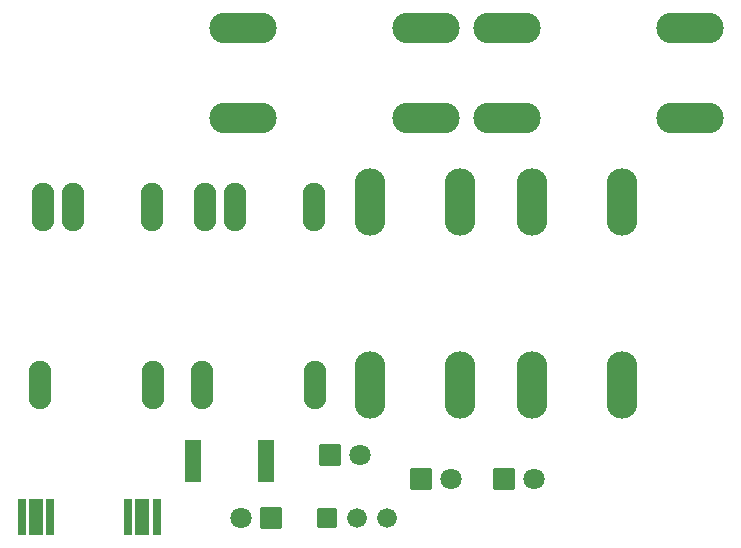
<source format=gts>
G04 Layer: TopSolderMaskLayer*
G04 EasyEDA Pro v2.2.32.3, 2024-10-26 20:26:31*
G04 Gerber Generator version 0.3*
G04 Scale: 100 percent, Rotated: No, Reflected: No*
G04 Dimensions in millimeters*
G04 Leading zeros omitted, absolute positions, 3 integers and 5 decimals*
%FSLAX35Y35*%
%MOMM*%
%AMRoundRect*1,1,$1,$2,$3*1,1,$1,$4,$5*1,1,$1,0-$2,0-$3*1,1,$1,0-$4,0-$5*20,1,$1,$2,$3,$4,$5,0*20,1,$1,$4,$5,0-$2,0-$3,0*20,1,$1,0-$2,0-$3,0-$4,0-$5,0*20,1,$1,0-$4,0-$5,$2,$3,0*4,1,4,$2,$3,$4,$5,0-$2,0-$3,0-$4,0-$5,$2,$3,0*%
%ADD10RoundRect,0.09654X-0.85273X0.85273X0.85273X0.85273*%
%ADD11C,1.802*%
%ADD12RoundRect,0.09654X0.85273X-0.85273X-0.85273X-0.85273*%
%ADD13C,1.6768*%
%ADD14RoundRect,0.09615X-0.79032X0.79032X0.79032X0.79032*%
%ADD15O,5.7023X2.6035*%
%ADD16O,2.6035X5.7023*%
%ADD17O,1.902X4.102*%
%ADD18RoundRect,0.08752X-0.30625X1.50625X0.30625X1.50625*%
%ADD19RoundRect,0.09233X-0.55385X1.50384X0.55385X1.50384*%
%ADD20RoundRect,0.09465X0.64474X-1.73147X-0.64474X-1.73147*%
G75*


G04 Pad Start*
G54D10*
G01X7340600Y2349500D03*
G54D11*
G01X7594600Y2349500D03*
G54D10*
G01X8115300Y2146300D03*
G54D11*
G01X8369300Y2146300D03*
G54D10*
G01X8813800Y2146300D03*
G54D11*
G01X9067800Y2146300D03*
G54D12*
G01X6845300Y1816100D03*
G54D11*
G01X6591300Y1816100D03*
G54D13*
G01X7823200Y1816100D03*
G01X7569200Y1816100D03*
G54D14*
G01X7315200Y1816100D03*
G54D15*
G01X6603746Y5962650D03*
G01X6603746Y5202682D03*
G01X8153654Y5202682D03*
G01X8153654Y5962650D03*
G54D16*
G01X8439150Y4496054D03*
G01X7679182Y4496054D03*
G01X7679182Y2946146D03*
G01X8439150Y2946146D03*
G54D17*
G01X4889496Y2946400D03*
G01X5839496Y2946400D03*
G01X5837500Y4446400D03*
G01X4912411Y4446400D03*
G01X5166411Y4446400D03*
G01X6261096Y2946400D03*
G01X7211096Y2946400D03*
G01X7209100Y4446400D03*
G01X6284011Y4446400D03*
G01X6538011Y4446400D03*
G54D18*
G01X5873090Y1828808D03*
G54D19*
G01X5753100Y1828808D03*
G54D18*
G01X5633110Y1828808D03*
G01X4971390Y1828808D03*
G54D19*
G01X4851400Y1828808D03*
G54D18*
G01X4731410Y1828808D03*
G54D20*
G01X6183071Y2298700D03*
G01X6796329Y2298700D03*
G54D15*
G01X8838946Y5962650D03*
G01X8838946Y5202682D03*
G01X10388854Y5202682D03*
G01X10388854Y5962650D03*
G54D16*
G01X9810750Y4496054D03*
G01X9050782Y4496054D03*
G01X9050782Y2946146D03*
G01X9810750Y2946146D03*
G04 Pad End*

M02*


</source>
